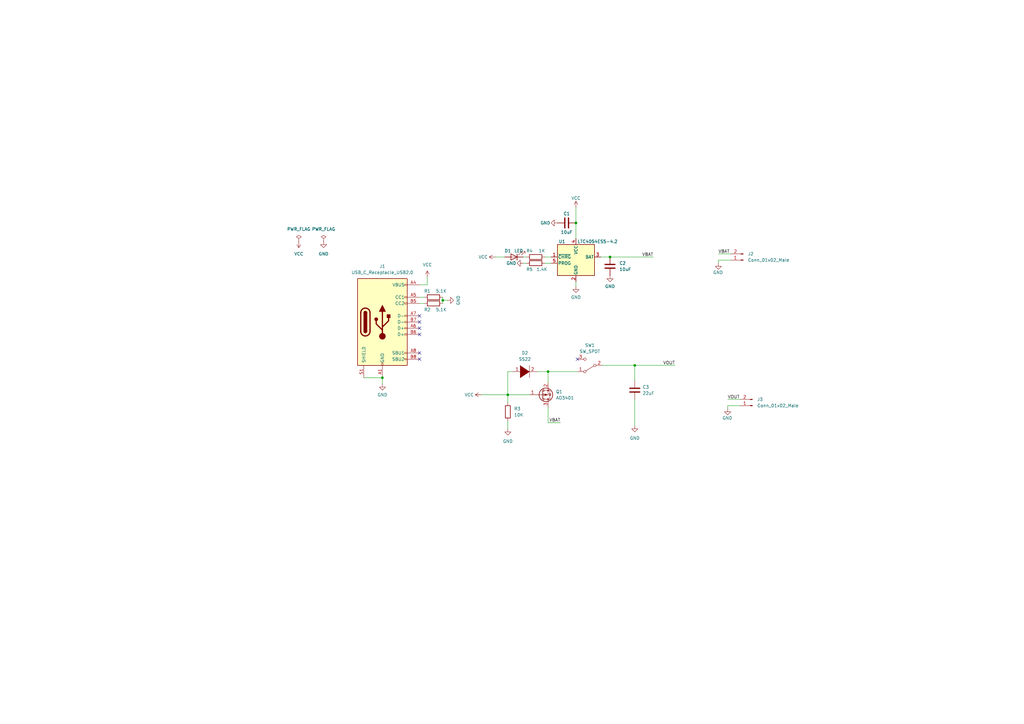
<source format=kicad_sch>
(kicad_sch (version 20211123) (generator eeschema)
  (paper "A3")
  (title_block (title "锂电池充放一体模块") (date "2022-12-04") (rev "Rev1"))
  (lib_symbols
    (symbol "Battery_Management:LTC4054ES5-4.2" (pin_names (offset 0.254))
      (property "Reference" "U" (at -5.842 6.604 0))
      (property "Value" "LTC4054ES5-4.2" (at 1.524 6.604 0))
      (symbol "LTC4054ES5-4.2_0_1"
        (rectangle (start -7.62 5.08) (end 7.62 -7.62) (stroke (width 0.254)) (fill (type background)))
      )
      (symbol "LTC4054ES5-4.2_1_1"
        (pin open_collector line (at -10.16 0 0) (length 2.54) (name "~{CHRG}") (number "1"))
        (pin power_in line (at 0 -10.16 90) (length 2.54) (name "GND") (number "2"))
        (pin power_out line (at 10.16 0 180) (length 2.54) (name "BAT") (number "3"))
        (pin power_in line (at 0 7.62 270) (length 2.54) (name "VCC") (number "4"))
        (pin bidirectional line (at -10.16 -2.54 0) (length 2.54) (name "PROG") (number "5"))
      )
    )
    (symbol "Connector:Conn_01x02_Male" (pin_names (offset 1.016) hide)
      (property "Reference" "J" (at 0 2.54 0))
      (property "Value" "Conn_01x02_Male" (at 0 -5.08 0))
      (symbol "Conn_01x02_Male_1_1"
        (polyline (pts (xy 1.27 -2.54) (xy 0.8636 -2.54)) (stroke (width 0.1524)))
        (polyline (pts (xy 1.27 0) (xy 0.8636 0)) (stroke (width 0.1524)))
        (rectangle (start 0.8636 -2.413) (end 0 -2.667) (stroke (width 0.1524)) (fill (type outline)))
        (rectangle (start 0.8636 0.127) (end 0 -0.127) (stroke (width 0.1524)) (fill (type outline)))
        (pin passive line (at 5.08 0 180) (length 3.81) (name "Pin_1") (number "1"))
        (pin passive line (at 5.08 -2.54 180) (length 3.81) (name "Pin_2") (number "2"))
      )
    )
    (symbol "Connector:USB_C_Receptacle_USB2.0" (pin_names (offset 1.016))
      (property "Reference" "J" (at -10.16 19.05 0))
      (property "Value" "USB_C_Receptacle_USB2.0" (at 19.05 19.05 0))
      (symbol "USB_C_Receptacle_USB2.0_0_0"
        (rectangle (start -0.254 -17.78) (end 0.254 -16.764))
        (rectangle (start 10.16 -14.986) (end 9.144 -15.494))
        (rectangle (start 10.16 -12.446) (end 9.144 -12.954))
        (rectangle (start 10.16 -4.826) (end 9.144 -5.334))
        (rectangle (start 10.16 -2.286) (end 9.144 -2.794))
        (rectangle (start 10.16 0.254) (end 9.144 -0.254))
        (rectangle (start 10.16 2.794) (end 9.144 2.286))
        (rectangle (start 10.16 7.874) (end 9.144 7.366))
        (rectangle (start 10.16 10.414) (end 9.144 9.906))
        (rectangle (start 10.16 15.494) (end 9.144 14.986))
      )
      (symbol "USB_C_Receptacle_USB2.0_0_1"
        (rectangle (start -10.16 17.78) (end 10.16 -17.78) (stroke (width 0.254)) (fill (type background)))
        (arc (start -8.89 -3.81) (mid -6.985 -5.715) (end -5.08 -3.81) (stroke (width 0.508)))
        (arc (start -7.62 -3.81) (mid -6.985 -4.445) (end -6.35 -3.81) (stroke (width 0.254)))
        (arc (start -7.62 -3.81) (mid -6.985 -4.445) (end -6.35 -3.81) (stroke (width 0.254)) (fill (type outline)))
        (rectangle (start -7.62 -3.81) (end -6.35 3.81) (stroke (width 0.254)) (fill (type outline)))
        (arc (start -6.35 3.81) (mid -6.985 4.445) (end -7.62 3.81) (stroke (width 0.254)))
        (arc (start -6.35 3.81) (mid -6.985 4.445) (end -7.62 3.81) (stroke (width 0.254)) (fill (type outline)))
        (arc (start -5.08 3.81) (mid -6.985 5.715) (end -8.89 3.81) (stroke (width 0.508)))
        (circle (center -2.54 1.143) (radius 0.635) (stroke (width 0.254)) (fill (type outline)))
        (circle (center 0 -5.842) (radius 1.27) (fill (type outline)))
        (polyline (pts (xy -8.89 -3.81) (xy -8.89 3.81)) (stroke (width 0.508)))
        (polyline (pts (xy -5.08 3.81) (xy -5.08 -3.81)) (stroke (width 0.508)))
        (polyline (pts (xy 0 -5.842) (xy 0 4.318)) (stroke (width 0.508)))
        (polyline (pts (xy 0 -3.302) (xy -2.54 -0.762) (xy -2.54 0.508)) (stroke (width 0.508)))
        (polyline (pts (xy 0 -2.032) (xy 2.54 0.508) (xy 2.54 1.778)) (stroke (width 0.508)))
        (polyline (pts (xy -1.27 4.318) (xy 0 6.858) (xy 1.27 4.318) (xy -1.27 4.318)) (stroke (width 0.254)) (fill (type outline)))
        (rectangle (start 1.905 1.778) (end 3.175 3.048) (stroke (width 0.254)) (fill (type outline)))
      )
      (symbol "USB_C_Receptacle_USB2.0_1_1"
        (pin passive line (at 0 -22.86 90) (length 5.08) (name "GND") (number "A1"))
        (pin passive line (at 0 -22.86 90) (length 5.08) hide (name "GND") (number "A12"))
        (pin passive line (at 15.24 15.24 180) (length 5.08) (name "VBUS") (number "A4"))
        (pin bidirectional line (at 15.24 10.16 180) (length 5.08) (name "CC1") (number "A5"))
        (pin bidirectional line (at 15.24 -2.54 180) (length 5.08) (name "D+") (number "A6"))
        (pin bidirectional line (at 15.24 2.54 180) (length 5.08) (name "D-") (number "A7"))
        (pin bidirectional line (at 15.24 -12.7 180) (length 5.08) (name "SBU1") (number "A8"))
        (pin passive line (at 15.24 15.24 180) (length 5.08) hide (name "VBUS") (number "A9"))
        (pin passive line (at 0 -22.86 90) (length 5.08) hide (name "GND") (number "B1"))
        (pin passive line (at 0 -22.86 90) (length 5.08) hide (name "GND") (number "B12"))
        (pin passive line (at 15.24 15.24 180) (length 5.08) hide (name "VBUS") (number "B4"))
        (pin bidirectional line (at 15.24 7.62 180) (length 5.08) (name "CC2") (number "B5"))
        (pin bidirectional line (at 15.24 -5.08 180) (length 5.08) (name "D+") (number "B6"))
        (pin bidirectional line (at 15.24 0 180) (length 5.08) (name "D-") (number "B7"))
        (pin bidirectional line (at 15.24 -15.24 180) (length 5.08) (name "SBU2") (number "B8"))
        (pin passive line (at 15.24 15.24 180) (length 5.08) hide (name "VBUS") (number "B9"))
        (pin passive line (at -7.62 -22.86 90) (length 5.08) (name "SHIELD") (number "S1"))
      )
    )
    (symbol "Device:C" (pin_numbers hide) (pin_names (offset 0.254))
      (property "Reference" "C" (at 0.635 2.54 0))
      (property "Value" "C" (at 0.635 -2.54 0))
      (symbol "C_0_1"
        (polyline (pts (xy -2.032 -0.762) (xy 2.032 -0.762)) (stroke (width 0.508)))
        (polyline (pts (xy -2.032 0.762) (xy 2.032 0.762)) (stroke (width 0.508)))
      )
      (symbol "C_1_1"
        (pin passive line (at 0 3.81 270) (length 2.794) (name "~") (number "1"))
        (pin passive line (at 0 -3.81 90) (length 2.794) (name "~") (number "2"))
      )
    )
    (symbol "Device:LED" (pin_numbers hide) (pin_names (offset 1.016) hide)
      (property "Reference" "D" (at 0 2.54 0))
      (property "Value" "LED" (at 0 -2.54 0))
      (symbol "LED_0_1"
        (polyline (pts (xy -1.27 -1.27) (xy -1.27 1.27)) (stroke (width 0.254)))
        (polyline (pts (xy -1.27 0) (xy 1.27 0)))
        (polyline (pts (xy 1.27 -1.27) (xy 1.27 1.27) (xy -1.27 0) (xy 1.27 -1.27)) (stroke (width 0.254)))
        (polyline (pts (xy -3.048 -0.762) (xy -4.572 -2.286) (xy -3.81 -2.286) (xy -4.572 -2.286) (xy -4.572 -1.524)))
        (polyline (pts (xy -1.778 -0.762) (xy -3.302 -2.286) (xy -2.54 -2.286) (xy -3.302 -2.286) (xy -3.302 -1.524)))
      )
      (symbol "LED_1_1"
        (pin passive line (at -3.81 0 0) (length 2.54) (name "K") (number "1"))
        (pin passive line (at 3.81 0 180) (length 2.54) (name "A") (number "2"))
      )
    )
    (symbol "Device:Q_PMOS_GSD" (pin_names (offset 0) hide)
      (property "Reference" "Q" (at 5.08 1.27 0))
      (property "Value" "Q_PMOS_GSD" (at 5.08 -1.27 0))
      (symbol "Q_PMOS_GSD_0_1"
        (polyline (pts (xy 0.254 0) (xy -2.54 0)))
        (polyline (pts (xy 0.254 1.905) (xy 0.254 -1.905)) (stroke (width 0.254)))
        (polyline (pts (xy 0.762 -1.27) (xy 0.762 -2.286)) (stroke (width 0.254)))
        (polyline (pts (xy 0.762 0.508) (xy 0.762 -0.508)) (stroke (width 0.254)))
        (polyline (pts (xy 0.762 2.286) (xy 0.762 1.27)) (stroke (width 0.254)))
        (polyline (pts (xy 2.54 2.54) (xy 2.54 1.778)))
        (polyline (pts (xy 2.54 -2.54) (xy 2.54 0) (xy 0.762 0)))
        (polyline (pts (xy 0.762 1.778) (xy 3.302 1.778) (xy 3.302 -1.778) (xy 0.762 -1.778)))
        (polyline (pts (xy 2.286 0) (xy 1.27 0.381) (xy 1.27 -0.381) (xy 2.286 0)) (fill (type outline)))
        (polyline (pts (xy 2.794 -0.508) (xy 2.921 -0.381) (xy 3.683 -0.381) (xy 3.81 -0.254)))
        (polyline (pts (xy 3.302 -0.381) (xy 2.921 0.254) (xy 3.683 0.254) (xy 3.302 -0.381)))
        (circle (center 1.651 0) (radius 2.794) (stroke (width 0.254)))
        (circle (center 2.54 -1.778) (radius 0.254) (fill (type outline)))
        (circle (center 2.54 1.778) (radius 0.254) (fill (type outline)))
      )
      (symbol "Q_PMOS_GSD_1_1"
        (pin input line (at -5.08 0 0) (length 2.54) (name "G") (number "1"))
        (pin passive line (at 2.54 -5.08 90) (length 2.54) (name "S") (number "2"))
        (pin passive line (at 2.54 5.08 270) (length 2.54) (name "D") (number "3"))
      )
    )
    (symbol "Device:R" (pin_numbers hide) (pin_names (offset 0))
      (property "Reference" "R" (at 2.032 0 90))
      (property "Value" "R" (at 0 0 90))
      (symbol "R_0_1"
        (rectangle (start -1.016 -2.54) (end 1.016 2.54) (stroke (width 0.254)))
      )
      (symbol "R_1_1"
        (pin passive line (at 0 3.81 270) (length 1.27) (name "~") (number "1"))
        (pin passive line (at 0 -3.81 90) (length 1.27) (name "~") (number "2"))
      )
    )
    (symbol "Switch:SW_SPDT" (pin_names (offset 0) hide)
      (property "Reference" "SW" (at 0 4.318 0))
      (property "Value" "SW_SPDT" (at 0 -5.08 0))
      (symbol "SW_SPDT_0_0"
        (circle (center -2.032 0) (radius 0.508))
        (circle (center 2.032 -2.54) (radius 0.508))
      )
      (symbol "SW_SPDT_0_1"
        (polyline (pts (xy -1.524 0.254) (xy 1.651 2.286)))
        (circle (center 2.032 2.54) (radius 0.508))
      )
      (symbol "SW_SPDT_1_1"
        (pin passive line (at 5.08 2.54 180) (length 2.54) (name "A") (number "1"))
        (pin passive line (at -5.08 0 0) (length 2.54) (name "B") (number "2"))
        (pin passive line (at 5.08 -2.54 180) (length 2.54) (name "C") (number "3"))
      )
    )
    (symbol "power:GND" (power) (pin_names (offset 0))
      (property "Value" "GND" (at 0 -3.81 0))
      (symbol "GND_0_1"
        (polyline (pts (xy 0 0) (xy 0 -1.27) (xy 1.27 -1.27) (xy 0 -2.54) (xy -1.27 -1.27) (xy 0 -1.27)))
      )
      (symbol "GND_1_1"
        (pin power_in line (at 0 0 270) (length 0) hide (name "GND") (number "1"))
      )
    )
    (symbol "power:PWR_FLAG" (power) (pin_numbers hide) (pin_names (offset 0) hide)
      (property "Value" "PWR_FLAG" (at 0 3.81 0))
      (symbol "PWR_FLAG_0_0"
        (pin power_out line (at 0 0 90) (length 0) (name "pwr") (number "1"))
      )
      (symbol "PWR_FLAG_0_1"
        (polyline (pts (xy 0 0) (xy 0 1.27) (xy -1.016 1.905) (xy 0 2.54) (xy 1.016 1.905) (xy 0 1.27)))
      )
    )
    (symbol "power:VCC" (power) (pin_names (offset 0))
      (property "Value" "VCC" (at 0 3.81 0))
      (symbol "VCC_0_1"
        (polyline (pts (xy -0.762 1.27) (xy 0 2.54)))
        (polyline (pts (xy 0 0) (xy 0 2.54)))
        (polyline (pts (xy 0 2.54) (xy 0.762 1.27)))
      )
      (symbol "VCC_1_1"
        (pin power_in line (at 0 0 90) (length 0) hide (name "VCC") (number "1"))
      )
    )
    (symbol "pspice:DIODE" (pin_names (offset 1.016) hide)
      (property "Reference" "D" (at 0 3.81 0))
      (property "Value" "DIODE" (at 0 -4.445 0))
      (symbol "DIODE_0_1"
        (polyline (pts (xy 1.905 2.54) (xy 1.905 -2.54)))
        (polyline (pts (xy -1.905 2.54) (xy -1.905 -2.54) (xy 1.905 0)) (fill (type outline)))
      )
      (symbol "DIODE_1_1"
        (pin input line (at -5.08 0 0) (length 3.81) (name "K") (number "1"))
        (pin input line (at 5.08 0 180) (length 3.81) (name "A") (number "2"))
      )
    )
  )
  (junction (at 260.35 149.86))
  (junction (at 250.19 105.41))
  (junction (at 224.79 152.4))
  (junction (at 181.61 123.19))
  (junction (at 208.28 161.925))
  (junction (at 236.22 91.44))
  (junction (at 156.845 154.94))
  (no_connect (at 236.855 147.32))
  (no_connect (at 172.085 134.62))
  (no_connect (at 172.085 129.54))
  (no_connect (at 172.085 144.78))
  (no_connect (at 172.085 147.32))
  (no_connect (at 172.085 137.16))
  (no_connect (at 172.085 132.08))
  (wire (pts (xy 208.28 172.72) (xy 208.28 175.895)))
  (wire (pts (xy 260.35 149.86) (xy 260.35 156.21)))
  (wire (pts (xy 208.28 152.4) (xy 210.185 152.4)))
  (wire (pts (xy 224.79 167.005) (xy 224.79 173.355)))
  (wire (pts (xy 181.61 123.19) (xy 181.61 124.46)))
  (wire (pts (xy 149.225 154.94) (xy 156.845 154.94)))
  (wire (pts (xy 303.53 166.37) (xy 298.45 166.37)))
  (wire (pts (xy 260.35 149.86) (xy 276.86 149.86)))
  (wire (pts (xy 299.72 106.68) (xy 294.64 106.68)))
  (wire (pts (xy 260.35 163.83) (xy 260.35 174.625)))
  (wire (pts (xy 224.79 152.4) (xy 224.79 156.845)))
  (wire (pts (xy 223.52 107.95) (xy 226.06 107.95)))
  (wire (pts (xy 197.485 161.925) (xy 208.28 161.925)))
  (wire (pts (xy 236.22 91.44) (xy 236.22 97.79)))
  (wire (pts (xy 208.28 161.925) (xy 208.28 165.1)))
  (wire (pts (xy 220.345 152.4) (xy 224.79 152.4)))
  (wire (pts (xy 208.28 161.925) (xy 217.17 161.925)))
  (wire (pts (xy 298.45 163.83) (xy 303.53 163.83)))
  (wire (pts (xy 294.64 104.14) (xy 299.72 104.14)))
  (wire (pts (xy 224.79 152.4) (xy 236.855 152.4)))
  (wire (pts (xy 156.845 154.94) (xy 156.845 157.48)))
  (wire (pts (xy 203.2 105.41) (xy 207.01 105.41)))
  (wire (pts (xy 246.38 105.41) (xy 250.19 105.41)))
  (wire (pts (xy 224.79 173.355) (xy 229.87 173.355)))
  (wire (pts (xy 181.61 121.92) (xy 181.61 123.19)))
  (wire (pts (xy 208.28 161.925) (xy 208.28 152.4)))
  (wire (pts (xy 181.61 123.19) (xy 183.515 123.19)))
  (wire (pts (xy 236.22 115.57) (xy 236.22 117.475)))
  (wire (pts (xy 247.015 149.86) (xy 260.35 149.86)))
  (wire (pts (xy 172.085 116.84) (xy 175.26 116.84)))
  (wire (pts (xy 298.45 166.37) (xy 298.45 167.64)))
  (wire (pts (xy 236.22 85.09) (xy 236.22 91.44)))
  (wire (pts (xy 175.26 116.84) (xy 175.26 113.665)))
  (wire (pts (xy 172.085 121.92) (xy 173.99 121.92)))
  (wire (pts (xy 250.19 105.41) (xy 267.97 105.41)))
  (wire (pts (xy 214.63 107.95) (xy 215.9 107.95)))
  (wire (pts (xy 172.085 124.46) (xy 173.99 124.46)))
  (wire (pts (xy 294.64 106.68) (xy 294.64 107.95)))
  (wire (pts (xy 214.63 105.41) (xy 215.9 105.41)))
  (wire (pts (xy 223.52 105.41) (xy 226.06 105.41)))
  (label "VBAT" (at 229.87 173.355 180))
  (label "VOUT" (at 298.45 163.83 0))
  (label "VBAT" (at 267.97 105.41 180))
  (label "VBAT" (at 294.64 104.14 0))
  (label "VOUT" (at 276.86 149.86 180))
  (symbol (lib_id "Device:R") (at 219.71 107.95 90) (unit 1)
    (property "Reference" "R5" (at 217.17 110.49 90))
    (property "Value" "1.4K" (at 222.25 110.49 90))
    (property "Footprint" "Resistor_SMD:R_0603_1608Metric_Pad0.98x0.95mm_HandSolder" (effects hide))
  )
  (symbol (lib_id "power:GND") (at 228.6 91.44 270) (unit 1)
    (property "Reference" "#PWR010" (effects hide))
    (property "Value" "GND" (at 221.615 91.44 90) (effects (justify left)))
  )
  (symbol (lib_id "power:VCC") (at 175.26 113.665 0) (unit 1)
    (property "Reference" "#PWR04" (effects hide))
    (property "Value" "VCC" (at 175.26 108.585 0))
  )
  (symbol (lib_id "power:GND") (at 294.64 107.95 0) (unit 1)
    (property "Reference" "#PWR015" (effects hide))
    (property "Value" "GND" (at 296.545 111.76 0) (effects (justify right)))
  )
  (symbol (lib_id "power:GND") (at 156.845 157.48 0) (unit 1)
    (property "Reference" "#PWR03" (effects hide))
    (property "Value" "GND" (at 156.845 161.925 0))
  )
  (symbol (lib_id "power:VCC") (at 203.2 105.41 90) (unit 1)
    (property "Reference" "#PWR07" (effects hide))
    (property "Value" "VCC" (at 196.215 105.41 90) (effects (justify right)))
  )
  (symbol (lib_id "Device:C") (at 260.35 160.02 0) (unit 1)
    (property "Reference" "C3" (at 263.525 158.7499 0) (effects (justify left)))
    (property "Value" "22uF" (at 263.525 161.2899 0) (effects (justify left)))
    (property "Footprint" "Capacitor_SMD:C_0603_1608Metric_Pad1.08x0.95mm_HandSolder" (effects hide))
  )
  (symbol (lib_id "Device:C") (at 232.41 91.44 90) (unit 1)
    (property "Reference" "C1" (at 232.41 87.63 90))
    (property "Value" "10uF" (at 232.41 95.25 90))
    (property "Footprint" "Capacitor_SMD:C_0603_1608Metric_Pad1.08x0.95mm_HandSolder" (effects hide))
  )
  (symbol (lib_id "Device:R") (at 208.28 168.91 0) (unit 1)
    (property "Reference" "R3" (at 210.82 167.6399 0) (effects (justify left)))
    (property "Value" "10K" (at 210.82 170.1799 0) (effects (justify left)))
    (property "Footprint" "Resistor_SMD:R_0603_1608Metric_Pad0.98x0.95mm_HandSolder" (effects hide))
  )
  (symbol (lib_id "power:VCC") (at 122.555 99.06 180) (unit 1)
    (property "Reference" "#PWR01" (effects hide))
    (property "Value" "VCC" (at 120.65 104.14 0) (effects (justify right)))
  )
  (symbol (lib_id "Connector:USB_C_Receptacle_USB2.0") (at 156.845 132.08 0) (unit 1)
    (property "Reference" "J1" (at 156.845 109.22 0))
    (property "Value" "USB_C_Receptacle_USB2.0" (at 156.845 111.76 0))
    (property "Footprint" "footprints:USB-C_16Pin" (effects hide))
    (property "Datasheet" "https://www.usb.org/sites/default/files/documents/usb_type-c.zip" (effects hide))
  )
  (symbol (lib_id "power:PWR_FLAG") (at 132.715 99.06 0) (unit 1)
    (property "Reference" "#FLG02" (effects hide))
    (property "Value" "PWR_FLAG" (at 132.715 93.98 0))
  )
  (symbol (lib_id "power:VCC") (at 236.22 85.09 0) (unit 1)
    (property "Reference" "#PWR011" (effects hide))
    (property "Value" "VCC" (at 236.22 81.28 0))
  )
  (symbol (lib_id "Device:R") (at 177.8 121.92 90) (unit 1)
    (property "Reference" "R1" (at 175.26 119.38 90))
    (property "Value" "5.1K" (at 180.975 119.38 90))
    (property "Footprint" "Resistor_SMD:R_0603_1608Metric_Pad0.98x0.95mm_HandSolder" (effects hide))
  )
  (symbol (lib_id "power:VCC") (at 197.485 161.925 90) (unit 1)
    (property "Reference" "#PWR06" (effects hide))
    (property "Value" "VCC" (at 190.5 161.925 90) (effects (justify right)))
  )
  (symbol (lib_id "Battery_Management:LTC4054ES5-4.2") (at 236.22 105.41 0) (unit 1)
    (property "Reference" "U1" (at 230.505 99.06 0))
    (property "Value" "LTC4054ES5-4.2" (at 245.11 99.06 0))
    (property "Footprint" "Package_TO_SOT_SMD:TSOT-23-5" (effects hide))
    (property "Datasheet" "https://www.analog.com/media/en/technical-documentation/data-sheets/405442xf.pdf" (effects hide))
  )
  (symbol (lib_id "Connector:Conn_01x02_Male") (at 304.8 106.68 180) (unit 1)
    (property "Reference" "J2" (at 306.705 104.1399 0) (effects (justify right)))
    (property "Value" "Conn_01x02_Male" (at 306.705 106.6799 0) (effects (justify right)))
    (property "Footprint" "Connector_PinHeader_2.54mm:PinHeader_1x02_P2.54mm_Vertical" (effects hide))
  )
  (symbol (lib_id "power:GND") (at 208.28 175.895 0) (unit 1)
    (property "Reference" "#PWR08" (effects hide))
    (property "Value" "GND" (at 208.28 180.975 0))
  )
  (symbol (lib_id "Device:Q_PMOS_GSD") (at 222.25 161.925 0) (mirror x) (unit 1)
    (property "Reference" "Q1" (at 227.965 160.6549 0) (effects (justify left)))
    (property "Value" "AO3401" (at 227.965 163.1949 0) (effects (justify left)))
    (property "Footprint" "Package_TO_SOT_SMD:SOT-23" (effects hide))
  )
  (symbol (lib_id "pspice:DIODE") (at 215.265 152.4 0) (unit 1)
    (property "Reference" "D2" (at 215.265 144.78 0))
    (property "Value" "SS22" (at 215.265 147.32 0))
    (property "Footprint" "Diode_SMD:D_SMA_Handsoldering" (effects hide))
  )
  (symbol (lib_id "power:GND") (at 250.19 113.03 0) (unit 1)
    (property "Reference" "#PWR013" (effects hide))
    (property "Value" "GND" (at 250.19 117.475 0))
  )
  (symbol (lib_id "power:GND") (at 132.715 99.06 0) (unit 1)
    (property "Reference" "#PWR02" (effects hide))
    (property "Value" "GND" (at 132.715 104.14 0))
  )
  (symbol (lib_id "power:PWR_FLAG") (at 122.555 99.06 0) (unit 1)
    (property "Reference" "#FLG01" (effects hide))
    (property "Value" "PWR_FLAG" (at 122.555 93.98 0))
  )
  (symbol (lib_id "power:GND") (at 298.45 167.64 0) (unit 1)
    (property "Reference" "#PWR016" (effects hide))
    (property "Value" "GND" (at 300.355 171.45 0) (effects (justify right)))
  )
  (symbol (lib_id "power:GND") (at 260.35 174.625 0) (unit 1)
    (property "Reference" "#PWR014" (effects hide))
    (property "Value" "GND" (at 260.35 179.705 0))
  )
  (symbol (lib_id "Device:R") (at 177.8 124.46 90) (unit 1)
    (property "Reference" "R2" (at 175.26 127 90))
    (property "Value" "5.1K" (at 180.975 127 90))
    (property "Footprint" "Resistor_SMD:R_0603_1608Metric_Pad0.98x0.95mm_HandSolder" (effects hide))
  )
  (symbol (lib_id "Device:R") (at 219.71 105.41 90) (unit 1)
    (property "Reference" "R4" (at 217.17 102.87 90))
    (property "Value" "1K" (at 222.25 102.87 90))
    (property "Footprint" "Resistor_SMD:R_0603_1608Metric_Pad0.98x0.95mm_HandSolder" (effects hide))
  )
  (symbol (lib_id "power:GND") (at 214.63 107.95 270) (unit 1)
    (property "Reference" "#PWR09" (effects hide))
    (property "Value" "GND" (at 207.645 107.95 90) (effects (justify left)))
  )
  (symbol (lib_id "power:GND") (at 236.22 117.475 0) (unit 1)
    (property "Reference" "#PWR012" (effects hide))
    (property "Value" "GND" (at 236.22 121.92 0))
  )
  (symbol (lib_id "Device:C") (at 250.19 109.22 0) (unit 1)
    (property "Reference" "C2" (at 254 107.9499 0) (effects (justify left)))
    (property "Value" "10uF" (at 254 110.4899 0) (effects (justify left)))
    (property "Footprint" "Capacitor_SMD:C_0603_1608Metric_Pad1.08x0.95mm_HandSolder" (effects hide))
  )
  (symbol (lib_id "Switch:SW_SPDT") (at 241.935 149.86 180) (unit 1)
    (property "Reference" "SW1" (at 241.935 141.605 0))
    (property "Value" "SW_SPDT" (at 241.935 144.145 0))
    (property "Footprint" "Button_Switch_SMD:SW_SPDT_PCM12" (effects hide))
  )
  (symbol (lib_id "power:GND") (at 183.515 123.19 90) (unit 1)
    (property "Reference" "#PWR05" (effects hide))
    (property "Value" "GND" (at 187.96 123.19 0))
  )
  (symbol (lib_id "Device:LED") (at 210.82 105.41 180) (unit 1)
    (property "Reference" "D1" (at 208.28 102.87 0))
    (property "Value" "LED" (at 212.725 102.87 0))
    (property "Footprint" "LED_SMD:LED_0603_1608Metric_Pad1.05x0.95mm_HandSolder" (effects hide))
  )
  (symbol (lib_id "Connector:Conn_01x02_Male") (at 308.61 166.37 180) (unit 1)
    (property "Reference" "J3" (at 310.515 163.8299 0) (effects (justify right)))
    (property "Value" "Conn_01x02_Male" (at 310.515 166.3699 0) (effects (justify right)))
    (property "Footprint" "Connector_PinHeader_2.54mm:PinHeader_1x02_P2.54mm_Vertical" (effects hide))
  )
)
</source>
